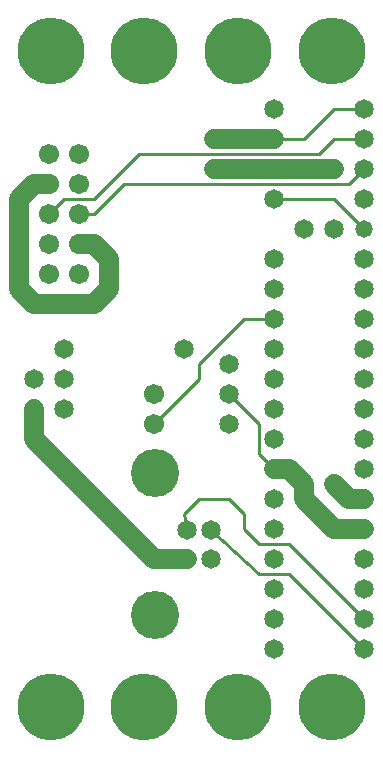
<source format=gbl>
%MOIN*%
%FSLAX25Y25*%
G04 D10 used for Character Trace; *
G04     Circle (OD=.01000) (No hole)*
G04 D11 used for Power Trace; *
G04     Circle (OD=.06500) (No hole)*
G04 D12 used for Signal Trace; *
G04     Circle (OD=.01100) (No hole)*
G04 D13 used for Via; *
G04     Circle (OD=.05800) (Round. Hole ID=.02800)*
G04 D14 used for Component hole; *
G04     Circle (OD=.06500) (Round. Hole ID=.03500)*
G04 D15 used for Component hole; *
G04     Circle (OD=.06700) (Round. Hole ID=.04300)*
G04 D16 used for Component hole; *
G04     Circle (OD=.08100) (Round. Hole ID=.05100)*
G04 D17 used for Component hole; *
G04     Circle (OD=.08900) (Round. Hole ID=.05900)*
G04 D18 used for Component hole; *
G04     Circle (OD=.11300) (Round. Hole ID=.08300)*
G04 D19 used for Component hole; *
G04     Circle (OD=.16000) (Round. Hole ID=.13000)*
G04 D20 used for Component hole; *
G04     Circle (OD=.18300) (Round. Hole ID=.15300)*
G04 D21 used for Component hole; *
G04     Circle (OD=.22291) (Round. Hole ID=.19291)*
%ADD10C,.01000*%
%ADD11C,.06500*%
%ADD12C,.01100*%
%ADD13C,.05800*%
%ADD14C,.06500*%
%ADD15C,.06700*%
%ADD16C,.08100*%
%ADD17C,.08900*%
%ADD18C,.11300*%
%ADD19C,.16000*%
%ADD20C,.18300*%
%ADD21C,.22291*%
%IPPOS*%
%LPD*%
G90*X0Y0D02*D21*X15625Y15625D03*X46875D03*D19*    
X50500Y46300D03*D14*X61200Y65100D03*D11*          
X50000Y65000D01*X10000Y105000D01*Y115000D01*D14*  
D03*X20000Y125000D03*Y115000D03*X10000Y125000D03* 
X20000Y135000D03*D11*X10000Y150000D02*X30000D01*  
X10000D02*X5000Y155000D01*Y185000D01*             
X10000Y190000D01*X15000D01*D15*D03*D12*Y180000D02*
X20000Y185000D01*D15*X15000Y180000D03*D12*        
X20000Y185000D02*X30000D01*X45000Y200000D01*      
X105000D01*X110000Y205000D01*X120000D01*D14*D03*  
D12*X100000D02*X110000Y215000D01*X90000Y205000D02*
X100000D01*D14*X90000D03*D11*X70000D01*D14*D03*   
Y195000D03*D11*X90000D01*D14*D03*D11*X110000D01*  
D13*D03*D12*X40000Y190000D02*X115000D01*          
X30000Y180000D02*X40000Y190000D01*                
X25000Y180000D02*X30000D01*D15*X25000D03*         
X15000Y170000D03*X25000Y190000D03*Y170000D03*D11* 
X30000D01*X35000Y165000D01*Y155000D01*            
X30000Y150000D01*D15*X25000Y160000D03*X15000D03*  
D14*X60000Y135000D03*D15*X50000Y120000D03*D12*    
Y110000D02*X65000Y125000D01*D15*X50000Y110000D03* 
D12*X65000Y125000D02*Y130000D01*X80000Y145000D01* 
X90000D01*D14*D03*Y155000D03*Y135000D03*          
X75000Y130000D03*X90000Y165000D03*Y125000D03*     
X75000Y120000D03*D12*X85000Y110000D01*Y100000D01* 
X90000Y95000D01*D14*D03*D11*X95000D01*            
X100000Y90000D01*Y85000D01*X110000Y75000D01*      
X120000D01*D14*D03*Y85000D03*D11*X115000D01*      
X110000Y90000D01*D13*D03*D14*X120000Y95000D03*    
Y105000D03*X90000D03*D12*X120000Y45000D02*        
X95000Y70000D01*D14*X120000Y45000D03*Y55000D03*   
Y35000D03*D12*X95000Y60000D01*X85000D01*          
X69000Y74900D01*D14*D03*D12*X80000Y80000D02*      
X75000Y85000D01*X80000Y75000D02*Y80000D01*        
X85000Y70000D02*X80000Y75000D01*X85000Y70000D02*  
X95000D01*D14*X90000Y75000D03*Y65000D03*Y55000D03*
Y85000D03*D12*X65000D02*X75000D01*X60000Y80000D02*
X65000Y85000D01*X61200Y74900D02*X60000Y80000D01*  
D14*X61200Y74900D03*X69000Y65100D03*D19*          
X50500Y93700D03*D14*X90000Y45000D03*              
X75000Y110000D03*X90000Y115000D03*Y35000D03*      
X120000Y135000D03*Y65000D03*D21*X78125Y15625D03*  
D14*X120000Y115000D03*Y125000D03*D21*             
X109375Y15625D03*D14*X120000Y145000D03*Y155000D03*
Y165000D03*D13*Y175000D03*D12*X110000Y185000D01*  
X90000D01*D14*D03*X100000Y175000D03*X110000D03*   
D12*X115000Y190000D02*X120000Y195000D01*D14*D03*  
Y185000D03*Y215000D03*D12*X110000D01*D21*         
X109375Y234375D03*D14*X90000Y215000D03*D21*       
X78125Y234375D03*X46875D03*D15*X25000Y200000D03*  
D21*X15625Y234375D03*D15*X15000Y200000D03*M02*    

</source>
